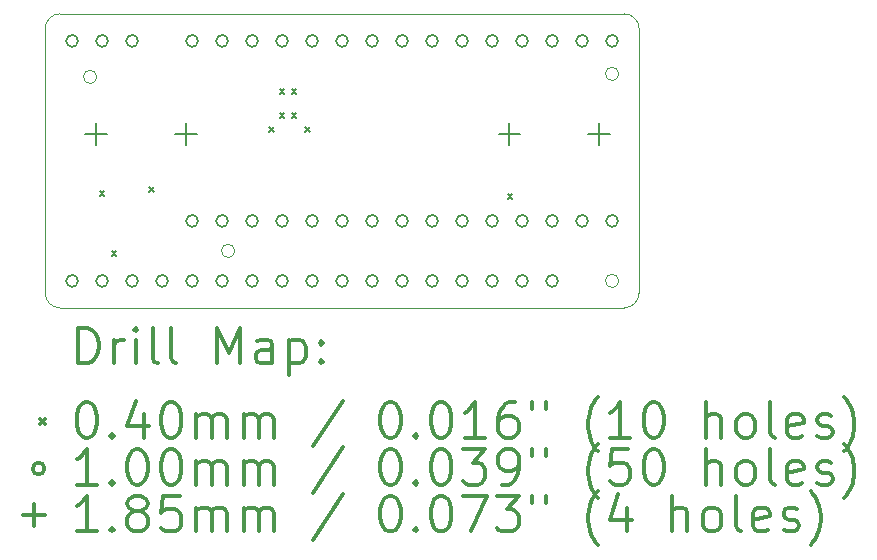
<source format=gbr>
%FSLAX45Y45*%
G04 Gerber Fmt 4.5, Leading zero omitted, Abs format (unit mm)*
G04 Created by KiCad (PCBNEW 5.1.5+dfsg1-2build2) date 2021-06-04 03:42:03*
%MOMM*%
%LPD*%
G04 APERTURE LIST*
%TA.AperFunction,Profile*%
%ADD10C,0.100000*%
%TD*%
%ADD11C,0.200000*%
%ADD12C,0.300000*%
G04 APERTURE END LIST*
D10*
X3917596Y-4318000D02*
G75*
G03X3917596Y-4318000I-56796J0D01*
G01*
X2749196Y-2844800D02*
G75*
G03X2749196Y-2844800I-56796J0D01*
G01*
X7168796Y-2819400D02*
G75*
G03X7168796Y-2819400I-56796J0D01*
G01*
X2438400Y-2311400D02*
X7213600Y-2311400D01*
X2311400Y-4673600D02*
X2311400Y-2438400D01*
X7213600Y-4800600D02*
X2438400Y-4800600D01*
X7340600Y-2438400D02*
X7340600Y-4673600D01*
X7340600Y-4673600D02*
G75*
G02X7213600Y-4800600I-127000J0D01*
G01*
X2438400Y-4800600D02*
G75*
G02X2311400Y-4673600I0J127000D01*
G01*
X2311400Y-2438400D02*
G75*
G02X2438400Y-2311400I127000J0D01*
G01*
X7213600Y-2311400D02*
G75*
G02X7340600Y-2438400I0J-127000D01*
G01*
X7168796Y-4572000D02*
G75*
G03X7168796Y-4572000I-56796J0D01*
G01*
D11*
X2774000Y-3815400D02*
X2814000Y-3855400D01*
X2814000Y-3815400D02*
X2774000Y-3855400D01*
X2875600Y-4323400D02*
X2915600Y-4363400D01*
X2915600Y-4323400D02*
X2875600Y-4363400D01*
X3193100Y-3777300D02*
X3233100Y-3817300D01*
X3233100Y-3777300D02*
X3193100Y-3817300D01*
X4210600Y-3267800D02*
X4250600Y-3307800D01*
X4250600Y-3267800D02*
X4210600Y-3307800D01*
X4298000Y-2951800D02*
X4338000Y-2991800D01*
X4338000Y-2951800D02*
X4298000Y-2991800D01*
X4298000Y-3155000D02*
X4338000Y-3195000D01*
X4338000Y-3155000D02*
X4298000Y-3195000D01*
X4399600Y-2951800D02*
X4439600Y-2991800D01*
X4439600Y-2951800D02*
X4399600Y-2991800D01*
X4399600Y-3155000D02*
X4439600Y-3195000D01*
X4439600Y-3155000D02*
X4399600Y-3195000D01*
X4512400Y-3267800D02*
X4552400Y-3307800D01*
X4552400Y-3267800D02*
X4512400Y-3307800D01*
X6228400Y-3840800D02*
X6268400Y-3880800D01*
X6268400Y-3840800D02*
X6228400Y-3880800D01*
X2590000Y-4572000D02*
G75*
G03X2590000Y-4572000I-50000J0D01*
G01*
X2844000Y-4572000D02*
G75*
G03X2844000Y-4572000I-50000J0D01*
G01*
X3098000Y-4572000D02*
G75*
G03X3098000Y-4572000I-50000J0D01*
G01*
X3352000Y-4572000D02*
G75*
G03X3352000Y-4572000I-50000J0D01*
G01*
X3606000Y-4572000D02*
G75*
G03X3606000Y-4572000I-50000J0D01*
G01*
X3860000Y-4572000D02*
G75*
G03X3860000Y-4572000I-50000J0D01*
G01*
X4114000Y-4572000D02*
G75*
G03X4114000Y-4572000I-50000J0D01*
G01*
X4368000Y-4572000D02*
G75*
G03X4368000Y-4572000I-50000J0D01*
G01*
X4622000Y-4572000D02*
G75*
G03X4622000Y-4572000I-50000J0D01*
G01*
X4876000Y-4572000D02*
G75*
G03X4876000Y-4572000I-50000J0D01*
G01*
X5130000Y-4572000D02*
G75*
G03X5130000Y-4572000I-50000J0D01*
G01*
X5384000Y-4572000D02*
G75*
G03X5384000Y-4572000I-50000J0D01*
G01*
X5638000Y-4572000D02*
G75*
G03X5638000Y-4572000I-50000J0D01*
G01*
X5892000Y-4572000D02*
G75*
G03X5892000Y-4572000I-50000J0D01*
G01*
X6146000Y-4572000D02*
G75*
G03X6146000Y-4572000I-50000J0D01*
G01*
X6400000Y-4572000D02*
G75*
G03X6400000Y-4572000I-50000J0D01*
G01*
X6654000Y-4572000D02*
G75*
G03X6654000Y-4572000I-50000J0D01*
G01*
X3606000Y-4064000D02*
G75*
G03X3606000Y-4064000I-50000J0D01*
G01*
X3860000Y-4064000D02*
G75*
G03X3860000Y-4064000I-50000J0D01*
G01*
X4114000Y-4064000D02*
G75*
G03X4114000Y-4064000I-50000J0D01*
G01*
X4368000Y-4064000D02*
G75*
G03X4368000Y-4064000I-50000J0D01*
G01*
X4622000Y-4064000D02*
G75*
G03X4622000Y-4064000I-50000J0D01*
G01*
X4876000Y-4064000D02*
G75*
G03X4876000Y-4064000I-50000J0D01*
G01*
X5130000Y-4064000D02*
G75*
G03X5130000Y-4064000I-50000J0D01*
G01*
X5384000Y-4064000D02*
G75*
G03X5384000Y-4064000I-50000J0D01*
G01*
X5638000Y-4064000D02*
G75*
G03X5638000Y-4064000I-50000J0D01*
G01*
X5892000Y-4064000D02*
G75*
G03X5892000Y-4064000I-50000J0D01*
G01*
X6146000Y-4064000D02*
G75*
G03X6146000Y-4064000I-50000J0D01*
G01*
X6400000Y-4064000D02*
G75*
G03X6400000Y-4064000I-50000J0D01*
G01*
X6654000Y-4064000D02*
G75*
G03X6654000Y-4064000I-50000J0D01*
G01*
X6908000Y-4064000D02*
G75*
G03X6908000Y-4064000I-50000J0D01*
G01*
X7162000Y-4064000D02*
G75*
G03X7162000Y-4064000I-50000J0D01*
G01*
X2590000Y-2540000D02*
G75*
G03X2590000Y-2540000I-50000J0D01*
G01*
X2844000Y-2540000D02*
G75*
G03X2844000Y-2540000I-50000J0D01*
G01*
X3098000Y-2540000D02*
G75*
G03X3098000Y-2540000I-50000J0D01*
G01*
X3606000Y-2540000D02*
G75*
G03X3606000Y-2540000I-50000J0D01*
G01*
X3860000Y-2540000D02*
G75*
G03X3860000Y-2540000I-50000J0D01*
G01*
X4114000Y-2540000D02*
G75*
G03X4114000Y-2540000I-50000J0D01*
G01*
X4368000Y-2540000D02*
G75*
G03X4368000Y-2540000I-50000J0D01*
G01*
X4622000Y-2540000D02*
G75*
G03X4622000Y-2540000I-50000J0D01*
G01*
X4876000Y-2540000D02*
G75*
G03X4876000Y-2540000I-50000J0D01*
G01*
X5130000Y-2540000D02*
G75*
G03X5130000Y-2540000I-50000J0D01*
G01*
X5384000Y-2540000D02*
G75*
G03X5384000Y-2540000I-50000J0D01*
G01*
X5638000Y-2540000D02*
G75*
G03X5638000Y-2540000I-50000J0D01*
G01*
X5892000Y-2540000D02*
G75*
G03X5892000Y-2540000I-50000J0D01*
G01*
X6146000Y-2540000D02*
G75*
G03X6146000Y-2540000I-50000J0D01*
G01*
X6400000Y-2540000D02*
G75*
G03X6400000Y-2540000I-50000J0D01*
G01*
X6654000Y-2540000D02*
G75*
G03X6654000Y-2540000I-50000J0D01*
G01*
X6908000Y-2540000D02*
G75*
G03X6908000Y-2540000I-50000J0D01*
G01*
X7162000Y-2540000D02*
G75*
G03X7162000Y-2540000I-50000J0D01*
G01*
X2743200Y-3234900D02*
X2743200Y-3419900D01*
X2650700Y-3327400D02*
X2835700Y-3327400D01*
X3503200Y-3234900D02*
X3503200Y-3419900D01*
X3410700Y-3327400D02*
X3595700Y-3327400D01*
X6243200Y-3234900D02*
X6243200Y-3419900D01*
X6150700Y-3327400D02*
X6335700Y-3327400D01*
X7003200Y-3234900D02*
X7003200Y-3419900D01*
X6910700Y-3327400D02*
X7095700Y-3327400D01*
D12*
X2592828Y-5271314D02*
X2592828Y-4971314D01*
X2664257Y-4971314D01*
X2707114Y-4985600D01*
X2735686Y-5014172D01*
X2749971Y-5042743D01*
X2764257Y-5099886D01*
X2764257Y-5142743D01*
X2749971Y-5199886D01*
X2735686Y-5228457D01*
X2707114Y-5257029D01*
X2664257Y-5271314D01*
X2592828Y-5271314D01*
X2892828Y-5271314D02*
X2892828Y-5071314D01*
X2892828Y-5128457D02*
X2907114Y-5099886D01*
X2921400Y-5085600D01*
X2949971Y-5071314D01*
X2978543Y-5071314D01*
X3078543Y-5271314D02*
X3078543Y-5071314D01*
X3078543Y-4971314D02*
X3064257Y-4985600D01*
X3078543Y-4999886D01*
X3092828Y-4985600D01*
X3078543Y-4971314D01*
X3078543Y-4999886D01*
X3264257Y-5271314D02*
X3235686Y-5257029D01*
X3221400Y-5228457D01*
X3221400Y-4971314D01*
X3421400Y-5271314D02*
X3392828Y-5257029D01*
X3378543Y-5228457D01*
X3378543Y-4971314D01*
X3764257Y-5271314D02*
X3764257Y-4971314D01*
X3864257Y-5185600D01*
X3964257Y-4971314D01*
X3964257Y-5271314D01*
X4235686Y-5271314D02*
X4235686Y-5114172D01*
X4221400Y-5085600D01*
X4192828Y-5071314D01*
X4135686Y-5071314D01*
X4107114Y-5085600D01*
X4235686Y-5257029D02*
X4207114Y-5271314D01*
X4135686Y-5271314D01*
X4107114Y-5257029D01*
X4092828Y-5228457D01*
X4092828Y-5199886D01*
X4107114Y-5171314D01*
X4135686Y-5157029D01*
X4207114Y-5157029D01*
X4235686Y-5142743D01*
X4378543Y-5071314D02*
X4378543Y-5371314D01*
X4378543Y-5085600D02*
X4407114Y-5071314D01*
X4464257Y-5071314D01*
X4492828Y-5085600D01*
X4507114Y-5099886D01*
X4521400Y-5128457D01*
X4521400Y-5214172D01*
X4507114Y-5242743D01*
X4492828Y-5257029D01*
X4464257Y-5271314D01*
X4407114Y-5271314D01*
X4378543Y-5257029D01*
X4649971Y-5242743D02*
X4664257Y-5257029D01*
X4649971Y-5271314D01*
X4635686Y-5257029D01*
X4649971Y-5242743D01*
X4649971Y-5271314D01*
X4649971Y-5085600D02*
X4664257Y-5099886D01*
X4649971Y-5114172D01*
X4635686Y-5099886D01*
X4649971Y-5085600D01*
X4649971Y-5114172D01*
X2266400Y-5745600D02*
X2306400Y-5785600D01*
X2306400Y-5745600D02*
X2266400Y-5785600D01*
X2649971Y-5601314D02*
X2678543Y-5601314D01*
X2707114Y-5615600D01*
X2721400Y-5629886D01*
X2735686Y-5658457D01*
X2749971Y-5715600D01*
X2749971Y-5787029D01*
X2735686Y-5844171D01*
X2721400Y-5872743D01*
X2707114Y-5887029D01*
X2678543Y-5901314D01*
X2649971Y-5901314D01*
X2621400Y-5887029D01*
X2607114Y-5872743D01*
X2592828Y-5844171D01*
X2578543Y-5787029D01*
X2578543Y-5715600D01*
X2592828Y-5658457D01*
X2607114Y-5629886D01*
X2621400Y-5615600D01*
X2649971Y-5601314D01*
X2878543Y-5872743D02*
X2892828Y-5887029D01*
X2878543Y-5901314D01*
X2864257Y-5887029D01*
X2878543Y-5872743D01*
X2878543Y-5901314D01*
X3149971Y-5701314D02*
X3149971Y-5901314D01*
X3078543Y-5587029D02*
X3007114Y-5801314D01*
X3192828Y-5801314D01*
X3364257Y-5601314D02*
X3392828Y-5601314D01*
X3421400Y-5615600D01*
X3435686Y-5629886D01*
X3449971Y-5658457D01*
X3464257Y-5715600D01*
X3464257Y-5787029D01*
X3449971Y-5844171D01*
X3435686Y-5872743D01*
X3421400Y-5887029D01*
X3392828Y-5901314D01*
X3364257Y-5901314D01*
X3335686Y-5887029D01*
X3321400Y-5872743D01*
X3307114Y-5844171D01*
X3292828Y-5787029D01*
X3292828Y-5715600D01*
X3307114Y-5658457D01*
X3321400Y-5629886D01*
X3335686Y-5615600D01*
X3364257Y-5601314D01*
X3592828Y-5901314D02*
X3592828Y-5701314D01*
X3592828Y-5729886D02*
X3607114Y-5715600D01*
X3635686Y-5701314D01*
X3678543Y-5701314D01*
X3707114Y-5715600D01*
X3721400Y-5744171D01*
X3721400Y-5901314D01*
X3721400Y-5744171D02*
X3735686Y-5715600D01*
X3764257Y-5701314D01*
X3807114Y-5701314D01*
X3835686Y-5715600D01*
X3849971Y-5744171D01*
X3849971Y-5901314D01*
X3992828Y-5901314D02*
X3992828Y-5701314D01*
X3992828Y-5729886D02*
X4007114Y-5715600D01*
X4035686Y-5701314D01*
X4078543Y-5701314D01*
X4107114Y-5715600D01*
X4121400Y-5744171D01*
X4121400Y-5901314D01*
X4121400Y-5744171D02*
X4135686Y-5715600D01*
X4164257Y-5701314D01*
X4207114Y-5701314D01*
X4235686Y-5715600D01*
X4249971Y-5744171D01*
X4249971Y-5901314D01*
X4835686Y-5587029D02*
X4578543Y-5972743D01*
X5221400Y-5601314D02*
X5249971Y-5601314D01*
X5278543Y-5615600D01*
X5292828Y-5629886D01*
X5307114Y-5658457D01*
X5321400Y-5715600D01*
X5321400Y-5787029D01*
X5307114Y-5844171D01*
X5292828Y-5872743D01*
X5278543Y-5887029D01*
X5249971Y-5901314D01*
X5221400Y-5901314D01*
X5192828Y-5887029D01*
X5178543Y-5872743D01*
X5164257Y-5844171D01*
X5149971Y-5787029D01*
X5149971Y-5715600D01*
X5164257Y-5658457D01*
X5178543Y-5629886D01*
X5192828Y-5615600D01*
X5221400Y-5601314D01*
X5449971Y-5872743D02*
X5464257Y-5887029D01*
X5449971Y-5901314D01*
X5435686Y-5887029D01*
X5449971Y-5872743D01*
X5449971Y-5901314D01*
X5649971Y-5601314D02*
X5678543Y-5601314D01*
X5707114Y-5615600D01*
X5721400Y-5629886D01*
X5735686Y-5658457D01*
X5749971Y-5715600D01*
X5749971Y-5787029D01*
X5735686Y-5844171D01*
X5721400Y-5872743D01*
X5707114Y-5887029D01*
X5678543Y-5901314D01*
X5649971Y-5901314D01*
X5621400Y-5887029D01*
X5607114Y-5872743D01*
X5592828Y-5844171D01*
X5578543Y-5787029D01*
X5578543Y-5715600D01*
X5592828Y-5658457D01*
X5607114Y-5629886D01*
X5621400Y-5615600D01*
X5649971Y-5601314D01*
X6035686Y-5901314D02*
X5864257Y-5901314D01*
X5949971Y-5901314D02*
X5949971Y-5601314D01*
X5921400Y-5644171D01*
X5892828Y-5672743D01*
X5864257Y-5687029D01*
X6292828Y-5601314D02*
X6235686Y-5601314D01*
X6207114Y-5615600D01*
X6192828Y-5629886D01*
X6164257Y-5672743D01*
X6149971Y-5729886D01*
X6149971Y-5844171D01*
X6164257Y-5872743D01*
X6178543Y-5887029D01*
X6207114Y-5901314D01*
X6264257Y-5901314D01*
X6292828Y-5887029D01*
X6307114Y-5872743D01*
X6321400Y-5844171D01*
X6321400Y-5772743D01*
X6307114Y-5744171D01*
X6292828Y-5729886D01*
X6264257Y-5715600D01*
X6207114Y-5715600D01*
X6178543Y-5729886D01*
X6164257Y-5744171D01*
X6149971Y-5772743D01*
X6435686Y-5601314D02*
X6435686Y-5658457D01*
X6549971Y-5601314D02*
X6549971Y-5658457D01*
X6992828Y-6015600D02*
X6978543Y-6001314D01*
X6949971Y-5958457D01*
X6935686Y-5929886D01*
X6921400Y-5887029D01*
X6907114Y-5815600D01*
X6907114Y-5758457D01*
X6921400Y-5687029D01*
X6935686Y-5644171D01*
X6949971Y-5615600D01*
X6978543Y-5572743D01*
X6992828Y-5558457D01*
X7264257Y-5901314D02*
X7092828Y-5901314D01*
X7178543Y-5901314D02*
X7178543Y-5601314D01*
X7149971Y-5644171D01*
X7121400Y-5672743D01*
X7092828Y-5687029D01*
X7449971Y-5601314D02*
X7478543Y-5601314D01*
X7507114Y-5615600D01*
X7521400Y-5629886D01*
X7535686Y-5658457D01*
X7549971Y-5715600D01*
X7549971Y-5787029D01*
X7535686Y-5844171D01*
X7521400Y-5872743D01*
X7507114Y-5887029D01*
X7478543Y-5901314D01*
X7449971Y-5901314D01*
X7421400Y-5887029D01*
X7407114Y-5872743D01*
X7392828Y-5844171D01*
X7378543Y-5787029D01*
X7378543Y-5715600D01*
X7392828Y-5658457D01*
X7407114Y-5629886D01*
X7421400Y-5615600D01*
X7449971Y-5601314D01*
X7907114Y-5901314D02*
X7907114Y-5601314D01*
X8035686Y-5901314D02*
X8035686Y-5744171D01*
X8021400Y-5715600D01*
X7992828Y-5701314D01*
X7949971Y-5701314D01*
X7921400Y-5715600D01*
X7907114Y-5729886D01*
X8221400Y-5901314D02*
X8192828Y-5887029D01*
X8178543Y-5872743D01*
X8164257Y-5844171D01*
X8164257Y-5758457D01*
X8178543Y-5729886D01*
X8192828Y-5715600D01*
X8221400Y-5701314D01*
X8264257Y-5701314D01*
X8292828Y-5715600D01*
X8307114Y-5729886D01*
X8321400Y-5758457D01*
X8321400Y-5844171D01*
X8307114Y-5872743D01*
X8292828Y-5887029D01*
X8264257Y-5901314D01*
X8221400Y-5901314D01*
X8492828Y-5901314D02*
X8464257Y-5887029D01*
X8449971Y-5858457D01*
X8449971Y-5601314D01*
X8721400Y-5887029D02*
X8692828Y-5901314D01*
X8635686Y-5901314D01*
X8607114Y-5887029D01*
X8592828Y-5858457D01*
X8592828Y-5744171D01*
X8607114Y-5715600D01*
X8635686Y-5701314D01*
X8692828Y-5701314D01*
X8721400Y-5715600D01*
X8735686Y-5744171D01*
X8735686Y-5772743D01*
X8592828Y-5801314D01*
X8849971Y-5887029D02*
X8878543Y-5901314D01*
X8935686Y-5901314D01*
X8964257Y-5887029D01*
X8978543Y-5858457D01*
X8978543Y-5844171D01*
X8964257Y-5815600D01*
X8935686Y-5801314D01*
X8892828Y-5801314D01*
X8864257Y-5787029D01*
X8849971Y-5758457D01*
X8849971Y-5744171D01*
X8864257Y-5715600D01*
X8892828Y-5701314D01*
X8935686Y-5701314D01*
X8964257Y-5715600D01*
X9078543Y-6015600D02*
X9092828Y-6001314D01*
X9121400Y-5958457D01*
X9135686Y-5929886D01*
X9149971Y-5887029D01*
X9164257Y-5815600D01*
X9164257Y-5758457D01*
X9149971Y-5687029D01*
X9135686Y-5644171D01*
X9121400Y-5615600D01*
X9092828Y-5572743D01*
X9078543Y-5558457D01*
X2306400Y-6161600D02*
G75*
G03X2306400Y-6161600I-50000J0D01*
G01*
X2749971Y-6297314D02*
X2578543Y-6297314D01*
X2664257Y-6297314D02*
X2664257Y-5997314D01*
X2635686Y-6040171D01*
X2607114Y-6068743D01*
X2578543Y-6083029D01*
X2878543Y-6268743D02*
X2892828Y-6283029D01*
X2878543Y-6297314D01*
X2864257Y-6283029D01*
X2878543Y-6268743D01*
X2878543Y-6297314D01*
X3078543Y-5997314D02*
X3107114Y-5997314D01*
X3135686Y-6011600D01*
X3149971Y-6025886D01*
X3164257Y-6054457D01*
X3178543Y-6111600D01*
X3178543Y-6183029D01*
X3164257Y-6240171D01*
X3149971Y-6268743D01*
X3135686Y-6283029D01*
X3107114Y-6297314D01*
X3078543Y-6297314D01*
X3049971Y-6283029D01*
X3035686Y-6268743D01*
X3021400Y-6240171D01*
X3007114Y-6183029D01*
X3007114Y-6111600D01*
X3021400Y-6054457D01*
X3035686Y-6025886D01*
X3049971Y-6011600D01*
X3078543Y-5997314D01*
X3364257Y-5997314D02*
X3392828Y-5997314D01*
X3421400Y-6011600D01*
X3435686Y-6025886D01*
X3449971Y-6054457D01*
X3464257Y-6111600D01*
X3464257Y-6183029D01*
X3449971Y-6240171D01*
X3435686Y-6268743D01*
X3421400Y-6283029D01*
X3392828Y-6297314D01*
X3364257Y-6297314D01*
X3335686Y-6283029D01*
X3321400Y-6268743D01*
X3307114Y-6240171D01*
X3292828Y-6183029D01*
X3292828Y-6111600D01*
X3307114Y-6054457D01*
X3321400Y-6025886D01*
X3335686Y-6011600D01*
X3364257Y-5997314D01*
X3592828Y-6297314D02*
X3592828Y-6097314D01*
X3592828Y-6125886D02*
X3607114Y-6111600D01*
X3635686Y-6097314D01*
X3678543Y-6097314D01*
X3707114Y-6111600D01*
X3721400Y-6140171D01*
X3721400Y-6297314D01*
X3721400Y-6140171D02*
X3735686Y-6111600D01*
X3764257Y-6097314D01*
X3807114Y-6097314D01*
X3835686Y-6111600D01*
X3849971Y-6140171D01*
X3849971Y-6297314D01*
X3992828Y-6297314D02*
X3992828Y-6097314D01*
X3992828Y-6125886D02*
X4007114Y-6111600D01*
X4035686Y-6097314D01*
X4078543Y-6097314D01*
X4107114Y-6111600D01*
X4121400Y-6140171D01*
X4121400Y-6297314D01*
X4121400Y-6140171D02*
X4135686Y-6111600D01*
X4164257Y-6097314D01*
X4207114Y-6097314D01*
X4235686Y-6111600D01*
X4249971Y-6140171D01*
X4249971Y-6297314D01*
X4835686Y-5983029D02*
X4578543Y-6368743D01*
X5221400Y-5997314D02*
X5249971Y-5997314D01*
X5278543Y-6011600D01*
X5292828Y-6025886D01*
X5307114Y-6054457D01*
X5321400Y-6111600D01*
X5321400Y-6183029D01*
X5307114Y-6240171D01*
X5292828Y-6268743D01*
X5278543Y-6283029D01*
X5249971Y-6297314D01*
X5221400Y-6297314D01*
X5192828Y-6283029D01*
X5178543Y-6268743D01*
X5164257Y-6240171D01*
X5149971Y-6183029D01*
X5149971Y-6111600D01*
X5164257Y-6054457D01*
X5178543Y-6025886D01*
X5192828Y-6011600D01*
X5221400Y-5997314D01*
X5449971Y-6268743D02*
X5464257Y-6283029D01*
X5449971Y-6297314D01*
X5435686Y-6283029D01*
X5449971Y-6268743D01*
X5449971Y-6297314D01*
X5649971Y-5997314D02*
X5678543Y-5997314D01*
X5707114Y-6011600D01*
X5721400Y-6025886D01*
X5735686Y-6054457D01*
X5749971Y-6111600D01*
X5749971Y-6183029D01*
X5735686Y-6240171D01*
X5721400Y-6268743D01*
X5707114Y-6283029D01*
X5678543Y-6297314D01*
X5649971Y-6297314D01*
X5621400Y-6283029D01*
X5607114Y-6268743D01*
X5592828Y-6240171D01*
X5578543Y-6183029D01*
X5578543Y-6111600D01*
X5592828Y-6054457D01*
X5607114Y-6025886D01*
X5621400Y-6011600D01*
X5649971Y-5997314D01*
X5849971Y-5997314D02*
X6035686Y-5997314D01*
X5935686Y-6111600D01*
X5978543Y-6111600D01*
X6007114Y-6125886D01*
X6021400Y-6140171D01*
X6035686Y-6168743D01*
X6035686Y-6240171D01*
X6021400Y-6268743D01*
X6007114Y-6283029D01*
X5978543Y-6297314D01*
X5892828Y-6297314D01*
X5864257Y-6283029D01*
X5849971Y-6268743D01*
X6178543Y-6297314D02*
X6235686Y-6297314D01*
X6264257Y-6283029D01*
X6278543Y-6268743D01*
X6307114Y-6225886D01*
X6321400Y-6168743D01*
X6321400Y-6054457D01*
X6307114Y-6025886D01*
X6292828Y-6011600D01*
X6264257Y-5997314D01*
X6207114Y-5997314D01*
X6178543Y-6011600D01*
X6164257Y-6025886D01*
X6149971Y-6054457D01*
X6149971Y-6125886D01*
X6164257Y-6154457D01*
X6178543Y-6168743D01*
X6207114Y-6183029D01*
X6264257Y-6183029D01*
X6292828Y-6168743D01*
X6307114Y-6154457D01*
X6321400Y-6125886D01*
X6435686Y-5997314D02*
X6435686Y-6054457D01*
X6549971Y-5997314D02*
X6549971Y-6054457D01*
X6992828Y-6411600D02*
X6978543Y-6397314D01*
X6949971Y-6354457D01*
X6935686Y-6325886D01*
X6921400Y-6283029D01*
X6907114Y-6211600D01*
X6907114Y-6154457D01*
X6921400Y-6083029D01*
X6935686Y-6040171D01*
X6949971Y-6011600D01*
X6978543Y-5968743D01*
X6992828Y-5954457D01*
X7249971Y-5997314D02*
X7107114Y-5997314D01*
X7092828Y-6140171D01*
X7107114Y-6125886D01*
X7135686Y-6111600D01*
X7207114Y-6111600D01*
X7235686Y-6125886D01*
X7249971Y-6140171D01*
X7264257Y-6168743D01*
X7264257Y-6240171D01*
X7249971Y-6268743D01*
X7235686Y-6283029D01*
X7207114Y-6297314D01*
X7135686Y-6297314D01*
X7107114Y-6283029D01*
X7092828Y-6268743D01*
X7449971Y-5997314D02*
X7478543Y-5997314D01*
X7507114Y-6011600D01*
X7521400Y-6025886D01*
X7535686Y-6054457D01*
X7549971Y-6111600D01*
X7549971Y-6183029D01*
X7535686Y-6240171D01*
X7521400Y-6268743D01*
X7507114Y-6283029D01*
X7478543Y-6297314D01*
X7449971Y-6297314D01*
X7421400Y-6283029D01*
X7407114Y-6268743D01*
X7392828Y-6240171D01*
X7378543Y-6183029D01*
X7378543Y-6111600D01*
X7392828Y-6054457D01*
X7407114Y-6025886D01*
X7421400Y-6011600D01*
X7449971Y-5997314D01*
X7907114Y-6297314D02*
X7907114Y-5997314D01*
X8035686Y-6297314D02*
X8035686Y-6140171D01*
X8021400Y-6111600D01*
X7992828Y-6097314D01*
X7949971Y-6097314D01*
X7921400Y-6111600D01*
X7907114Y-6125886D01*
X8221400Y-6297314D02*
X8192828Y-6283029D01*
X8178543Y-6268743D01*
X8164257Y-6240171D01*
X8164257Y-6154457D01*
X8178543Y-6125886D01*
X8192828Y-6111600D01*
X8221400Y-6097314D01*
X8264257Y-6097314D01*
X8292828Y-6111600D01*
X8307114Y-6125886D01*
X8321400Y-6154457D01*
X8321400Y-6240171D01*
X8307114Y-6268743D01*
X8292828Y-6283029D01*
X8264257Y-6297314D01*
X8221400Y-6297314D01*
X8492828Y-6297314D02*
X8464257Y-6283029D01*
X8449971Y-6254457D01*
X8449971Y-5997314D01*
X8721400Y-6283029D02*
X8692828Y-6297314D01*
X8635686Y-6297314D01*
X8607114Y-6283029D01*
X8592828Y-6254457D01*
X8592828Y-6140171D01*
X8607114Y-6111600D01*
X8635686Y-6097314D01*
X8692828Y-6097314D01*
X8721400Y-6111600D01*
X8735686Y-6140171D01*
X8735686Y-6168743D01*
X8592828Y-6197314D01*
X8849971Y-6283029D02*
X8878543Y-6297314D01*
X8935686Y-6297314D01*
X8964257Y-6283029D01*
X8978543Y-6254457D01*
X8978543Y-6240171D01*
X8964257Y-6211600D01*
X8935686Y-6197314D01*
X8892828Y-6197314D01*
X8864257Y-6183029D01*
X8849971Y-6154457D01*
X8849971Y-6140171D01*
X8864257Y-6111600D01*
X8892828Y-6097314D01*
X8935686Y-6097314D01*
X8964257Y-6111600D01*
X9078543Y-6411600D02*
X9092828Y-6397314D01*
X9121400Y-6354457D01*
X9135686Y-6325886D01*
X9149971Y-6283029D01*
X9164257Y-6211600D01*
X9164257Y-6154457D01*
X9149971Y-6083029D01*
X9135686Y-6040171D01*
X9121400Y-6011600D01*
X9092828Y-5968743D01*
X9078543Y-5954457D01*
X2213900Y-6465100D02*
X2213900Y-6650100D01*
X2121400Y-6557600D02*
X2306400Y-6557600D01*
X2749971Y-6693314D02*
X2578543Y-6693314D01*
X2664257Y-6693314D02*
X2664257Y-6393314D01*
X2635686Y-6436171D01*
X2607114Y-6464743D01*
X2578543Y-6479029D01*
X2878543Y-6664743D02*
X2892828Y-6679029D01*
X2878543Y-6693314D01*
X2864257Y-6679029D01*
X2878543Y-6664743D01*
X2878543Y-6693314D01*
X3064257Y-6521886D02*
X3035686Y-6507600D01*
X3021400Y-6493314D01*
X3007114Y-6464743D01*
X3007114Y-6450457D01*
X3021400Y-6421886D01*
X3035686Y-6407600D01*
X3064257Y-6393314D01*
X3121400Y-6393314D01*
X3149971Y-6407600D01*
X3164257Y-6421886D01*
X3178543Y-6450457D01*
X3178543Y-6464743D01*
X3164257Y-6493314D01*
X3149971Y-6507600D01*
X3121400Y-6521886D01*
X3064257Y-6521886D01*
X3035686Y-6536171D01*
X3021400Y-6550457D01*
X3007114Y-6579029D01*
X3007114Y-6636171D01*
X3021400Y-6664743D01*
X3035686Y-6679029D01*
X3064257Y-6693314D01*
X3121400Y-6693314D01*
X3149971Y-6679029D01*
X3164257Y-6664743D01*
X3178543Y-6636171D01*
X3178543Y-6579029D01*
X3164257Y-6550457D01*
X3149971Y-6536171D01*
X3121400Y-6521886D01*
X3449971Y-6393314D02*
X3307114Y-6393314D01*
X3292828Y-6536171D01*
X3307114Y-6521886D01*
X3335686Y-6507600D01*
X3407114Y-6507600D01*
X3435686Y-6521886D01*
X3449971Y-6536171D01*
X3464257Y-6564743D01*
X3464257Y-6636171D01*
X3449971Y-6664743D01*
X3435686Y-6679029D01*
X3407114Y-6693314D01*
X3335686Y-6693314D01*
X3307114Y-6679029D01*
X3292828Y-6664743D01*
X3592828Y-6693314D02*
X3592828Y-6493314D01*
X3592828Y-6521886D02*
X3607114Y-6507600D01*
X3635686Y-6493314D01*
X3678543Y-6493314D01*
X3707114Y-6507600D01*
X3721400Y-6536171D01*
X3721400Y-6693314D01*
X3721400Y-6536171D02*
X3735686Y-6507600D01*
X3764257Y-6493314D01*
X3807114Y-6493314D01*
X3835686Y-6507600D01*
X3849971Y-6536171D01*
X3849971Y-6693314D01*
X3992828Y-6693314D02*
X3992828Y-6493314D01*
X3992828Y-6521886D02*
X4007114Y-6507600D01*
X4035686Y-6493314D01*
X4078543Y-6493314D01*
X4107114Y-6507600D01*
X4121400Y-6536171D01*
X4121400Y-6693314D01*
X4121400Y-6536171D02*
X4135686Y-6507600D01*
X4164257Y-6493314D01*
X4207114Y-6493314D01*
X4235686Y-6507600D01*
X4249971Y-6536171D01*
X4249971Y-6693314D01*
X4835686Y-6379029D02*
X4578543Y-6764743D01*
X5221400Y-6393314D02*
X5249971Y-6393314D01*
X5278543Y-6407600D01*
X5292828Y-6421886D01*
X5307114Y-6450457D01*
X5321400Y-6507600D01*
X5321400Y-6579029D01*
X5307114Y-6636171D01*
X5292828Y-6664743D01*
X5278543Y-6679029D01*
X5249971Y-6693314D01*
X5221400Y-6693314D01*
X5192828Y-6679029D01*
X5178543Y-6664743D01*
X5164257Y-6636171D01*
X5149971Y-6579029D01*
X5149971Y-6507600D01*
X5164257Y-6450457D01*
X5178543Y-6421886D01*
X5192828Y-6407600D01*
X5221400Y-6393314D01*
X5449971Y-6664743D02*
X5464257Y-6679029D01*
X5449971Y-6693314D01*
X5435686Y-6679029D01*
X5449971Y-6664743D01*
X5449971Y-6693314D01*
X5649971Y-6393314D02*
X5678543Y-6393314D01*
X5707114Y-6407600D01*
X5721400Y-6421886D01*
X5735686Y-6450457D01*
X5749971Y-6507600D01*
X5749971Y-6579029D01*
X5735686Y-6636171D01*
X5721400Y-6664743D01*
X5707114Y-6679029D01*
X5678543Y-6693314D01*
X5649971Y-6693314D01*
X5621400Y-6679029D01*
X5607114Y-6664743D01*
X5592828Y-6636171D01*
X5578543Y-6579029D01*
X5578543Y-6507600D01*
X5592828Y-6450457D01*
X5607114Y-6421886D01*
X5621400Y-6407600D01*
X5649971Y-6393314D01*
X5849971Y-6393314D02*
X6049971Y-6393314D01*
X5921400Y-6693314D01*
X6135686Y-6393314D02*
X6321400Y-6393314D01*
X6221400Y-6507600D01*
X6264257Y-6507600D01*
X6292828Y-6521886D01*
X6307114Y-6536171D01*
X6321400Y-6564743D01*
X6321400Y-6636171D01*
X6307114Y-6664743D01*
X6292828Y-6679029D01*
X6264257Y-6693314D01*
X6178543Y-6693314D01*
X6149971Y-6679029D01*
X6135686Y-6664743D01*
X6435686Y-6393314D02*
X6435686Y-6450457D01*
X6549971Y-6393314D02*
X6549971Y-6450457D01*
X6992828Y-6807600D02*
X6978543Y-6793314D01*
X6949971Y-6750457D01*
X6935686Y-6721886D01*
X6921400Y-6679029D01*
X6907114Y-6607600D01*
X6907114Y-6550457D01*
X6921400Y-6479029D01*
X6935686Y-6436171D01*
X6949971Y-6407600D01*
X6978543Y-6364743D01*
X6992828Y-6350457D01*
X7235686Y-6493314D02*
X7235686Y-6693314D01*
X7164257Y-6379029D02*
X7092828Y-6593314D01*
X7278543Y-6593314D01*
X7621400Y-6693314D02*
X7621400Y-6393314D01*
X7749971Y-6693314D02*
X7749971Y-6536171D01*
X7735686Y-6507600D01*
X7707114Y-6493314D01*
X7664257Y-6493314D01*
X7635686Y-6507600D01*
X7621400Y-6521886D01*
X7935686Y-6693314D02*
X7907114Y-6679029D01*
X7892828Y-6664743D01*
X7878543Y-6636171D01*
X7878543Y-6550457D01*
X7892828Y-6521886D01*
X7907114Y-6507600D01*
X7935686Y-6493314D01*
X7978543Y-6493314D01*
X8007114Y-6507600D01*
X8021400Y-6521886D01*
X8035686Y-6550457D01*
X8035686Y-6636171D01*
X8021400Y-6664743D01*
X8007114Y-6679029D01*
X7978543Y-6693314D01*
X7935686Y-6693314D01*
X8207114Y-6693314D02*
X8178543Y-6679029D01*
X8164257Y-6650457D01*
X8164257Y-6393314D01*
X8435686Y-6679029D02*
X8407114Y-6693314D01*
X8349971Y-6693314D01*
X8321400Y-6679029D01*
X8307114Y-6650457D01*
X8307114Y-6536171D01*
X8321400Y-6507600D01*
X8349971Y-6493314D01*
X8407114Y-6493314D01*
X8435686Y-6507600D01*
X8449971Y-6536171D01*
X8449971Y-6564743D01*
X8307114Y-6593314D01*
X8564257Y-6679029D02*
X8592828Y-6693314D01*
X8649971Y-6693314D01*
X8678543Y-6679029D01*
X8692828Y-6650457D01*
X8692828Y-6636171D01*
X8678543Y-6607600D01*
X8649971Y-6593314D01*
X8607114Y-6593314D01*
X8578543Y-6579029D01*
X8564257Y-6550457D01*
X8564257Y-6536171D01*
X8578543Y-6507600D01*
X8607114Y-6493314D01*
X8649971Y-6493314D01*
X8678543Y-6507600D01*
X8792828Y-6807600D02*
X8807114Y-6793314D01*
X8835686Y-6750457D01*
X8849971Y-6721886D01*
X8864257Y-6679029D01*
X8878543Y-6607600D01*
X8878543Y-6550457D01*
X8864257Y-6479029D01*
X8849971Y-6436171D01*
X8835686Y-6407600D01*
X8807114Y-6364743D01*
X8792828Y-6350457D01*
M02*

</source>
